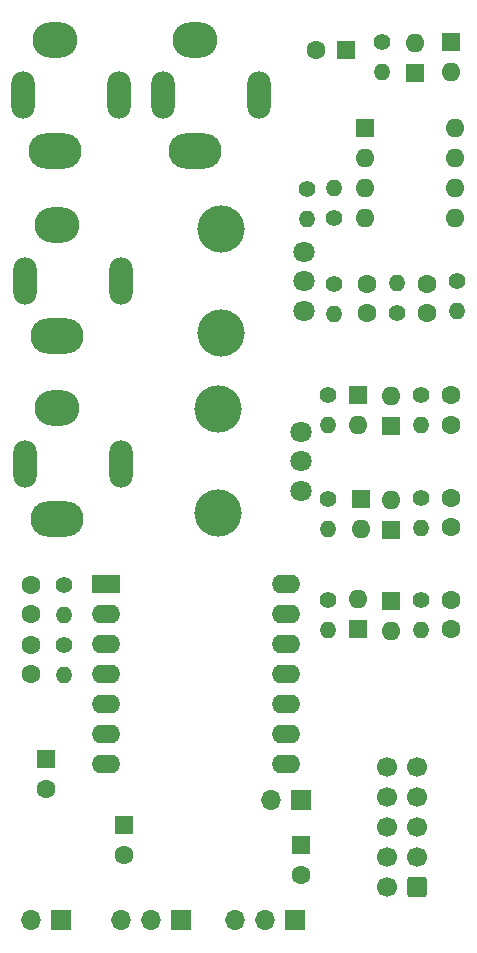
<source format=gbs>
%TF.GenerationSoftware,KiCad,Pcbnew,(6.0.1)*%
%TF.CreationDate,2022-09-27T15:47:34-04:00*%
%TF.ProjectId,SYNTH-VCO-02,53594e54-482d-4564-934f-2d30322e6b69,1*%
%TF.SameCoordinates,Original*%
%TF.FileFunction,Soldermask,Bot*%
%TF.FilePolarity,Negative*%
%FSLAX46Y46*%
G04 Gerber Fmt 4.6, Leading zero omitted, Abs format (unit mm)*
G04 Created by KiCad (PCBNEW (6.0.1)) date 2022-09-27 15:47:34*
%MOMM*%
%LPD*%
G01*
G04 APERTURE LIST*
G04 Aperture macros list*
%AMRoundRect*
0 Rectangle with rounded corners*
0 $1 Rounding radius*
0 $2 $3 $4 $5 $6 $7 $8 $9 X,Y pos of 4 corners*
0 Add a 4 corners polygon primitive as box body*
4,1,4,$2,$3,$4,$5,$6,$7,$8,$9,$2,$3,0*
0 Add four circle primitives for the rounded corners*
1,1,$1+$1,$2,$3*
1,1,$1+$1,$4,$5*
1,1,$1+$1,$6,$7*
1,1,$1+$1,$8,$9*
0 Add four rect primitives between the rounded corners*
20,1,$1+$1,$2,$3,$4,$5,0*
20,1,$1+$1,$4,$5,$6,$7,0*
20,1,$1+$1,$6,$7,$8,$9,0*
20,1,$1+$1,$8,$9,$2,$3,0*%
G04 Aperture macros list end*
%ADD10O,2.000000X4.000000*%
%ADD11O,4.500000X3.000000*%
%ADD12O,3.800000X3.000000*%
%ADD13R,1.600000X1.600000*%
%ADD14C,1.600000*%
%ADD15C,1.400000*%
%ADD16O,1.400000X1.400000*%
%ADD17O,1.600000X1.600000*%
%ADD18R,1.700000X1.700000*%
%ADD19O,1.700000X1.700000*%
%ADD20RoundRect,0.250000X0.600000X0.600000X-0.600000X0.600000X-0.600000X-0.600000X0.600000X-0.600000X0*%
%ADD21C,1.700000*%
%ADD22R,2.400000X1.600000*%
%ADD23O,2.400000X1.600000*%
%ADD24C,4.000000*%
%ADD25C,1.800000*%
G04 APERTURE END LIST*
D10*
%TO.C,J2*%
X207746000Y-30480000D03*
X199646000Y-30480000D03*
D11*
X202346000Y-35180000D03*
D12*
X202346000Y-25780000D03*
%TD*%
D10*
%TO.C,J4*%
X196062000Y-61676001D03*
X187962000Y-61676001D03*
D11*
X190662000Y-66376001D03*
D12*
X190662000Y-56976001D03*
%TD*%
D10*
%TO.C,J3*%
X196062000Y-46182001D03*
X187962000Y-46182001D03*
D11*
X190662000Y-50882001D03*
D12*
X190662000Y-41482001D03*
%TD*%
D10*
%TO.C,J1*%
X195870001Y-30480000D03*
X187770001Y-30480000D03*
D11*
X190470001Y-35180000D03*
D12*
X190470001Y-25780000D03*
%TD*%
D13*
%TO.C,C11*%
X211328000Y-93980000D03*
D14*
X211328000Y-96480000D03*
%TD*%
D15*
%TO.C,R7*%
X213614000Y-55831686D03*
D16*
X213614000Y-58371686D03*
%TD*%
D13*
%TO.C,C9*%
X189738000Y-86678888D03*
D14*
X189738000Y-89178888D03*
%TD*%
D13*
%TO.C,D1*%
X220980000Y-28603686D03*
D17*
X220980000Y-26063686D03*
%TD*%
D13*
%TO.C,D5*%
X216408000Y-64634315D03*
D17*
X216408000Y-67174315D03*
%TD*%
D13*
%TO.C,D8*%
X218948000Y-73270315D03*
D17*
X218948000Y-75810315D03*
%TD*%
D18*
%TO.C,SW2*%
X210804989Y-100273002D03*
D19*
X208264989Y-100273002D03*
X205724989Y-100273002D03*
%TD*%
D13*
%TO.C,D6*%
X218948000Y-67281686D03*
D17*
X218948000Y-64741686D03*
%TD*%
D18*
%TO.C,SW1*%
X191013004Y-100330000D03*
D19*
X188473004Y-100330000D03*
%TD*%
D15*
%TO.C,R13*%
X213614000Y-73202000D03*
D16*
X213614000Y-75742000D03*
%TD*%
D15*
%TO.C,R12*%
X191262000Y-77012000D03*
D16*
X191262000Y-79552000D03*
%TD*%
D15*
%TO.C,R3*%
X214122000Y-40844000D03*
D16*
X214122000Y-38304000D03*
%TD*%
D14*
%TO.C,C4*%
X224028000Y-58400000D03*
X224028000Y-55900000D03*
%TD*%
%TO.C,C5*%
X224028000Y-67056000D03*
X224028000Y-64556000D03*
%TD*%
D18*
%TO.C,SW4*%
X201152989Y-100330000D03*
D19*
X198612989Y-100330000D03*
X196072989Y-100330000D03*
%TD*%
D13*
%TO.C,D4*%
X218948000Y-58477372D03*
D17*
X218948000Y-55937372D03*
%TD*%
D14*
%TO.C,C2*%
X216916000Y-48952000D03*
X216916000Y-46452000D03*
%TD*%
D15*
%TO.C,R5*%
X219456000Y-48922000D03*
D16*
X219456000Y-46382000D03*
%TD*%
D15*
%TO.C,R8*%
X221488000Y-55831686D03*
D16*
X221488000Y-58371686D03*
%TD*%
D15*
%TO.C,R9*%
X213614000Y-64636000D03*
D16*
X213614000Y-67176000D03*
%TD*%
D14*
%TO.C,C7*%
X224028000Y-75692000D03*
X224028000Y-73192000D03*
%TD*%
D13*
%TO.C,D2*%
X224028000Y-26006315D03*
D17*
X224028000Y-28546315D03*
%TD*%
D13*
%TO.C,D7*%
X216154000Y-75692000D03*
D17*
X216154000Y-73152000D03*
%TD*%
D13*
%TO.C,U1*%
X216672000Y-33284000D03*
D17*
X216672000Y-35824000D03*
X216672000Y-38364000D03*
X216672000Y-40904000D03*
X224292000Y-40904000D03*
X224292000Y-38364000D03*
X224292000Y-35824000D03*
X224292000Y-33284000D03*
%TD*%
D15*
%TO.C,R1*%
X218186000Y-25958000D03*
D16*
X218186000Y-28498000D03*
%TD*%
D13*
%TO.C,D3*%
X216154000Y-55880001D03*
D17*
X216154000Y-58420001D03*
%TD*%
D14*
%TO.C,C3*%
X221996000Y-46452000D03*
X221996000Y-48952000D03*
%TD*%
D20*
%TO.C,J5*%
X221097500Y-97536000D03*
D21*
X218557500Y-97536000D03*
X221097500Y-94996000D03*
X218557500Y-94996000D03*
X221097500Y-92456000D03*
X218557500Y-92456000D03*
X221097500Y-89916000D03*
X218557500Y-89916000D03*
X221097500Y-87376000D03*
X218557500Y-87376000D03*
%TD*%
D15*
%TO.C,R11*%
X191262000Y-71932000D03*
D16*
X191262000Y-74472000D03*
%TD*%
D22*
%TO.C,U2*%
X194818000Y-71882000D03*
D23*
X194818000Y-74422000D03*
X194818000Y-76962000D03*
X194818000Y-79502000D03*
X194818000Y-82042000D03*
X194818000Y-84582000D03*
X194818000Y-87122000D03*
X210058000Y-87122000D03*
X210058000Y-84582000D03*
X210058000Y-82042000D03*
X210058000Y-79502000D03*
X210058000Y-76962000D03*
X210058000Y-74422000D03*
X210058000Y-71882000D03*
%TD*%
D18*
%TO.C,H1*%
X211333000Y-90170000D03*
D19*
X208793000Y-90170000D03*
%TD*%
D15*
%TO.C,R14*%
X221488000Y-73222000D03*
D16*
X221488000Y-75762000D03*
%TD*%
D14*
%TO.C,C8*%
X188468000Y-79522000D03*
X188468000Y-77022000D03*
%TD*%
D15*
%TO.C,R2*%
X211836000Y-38404000D03*
D16*
X211836000Y-40944000D03*
%TD*%
D15*
%TO.C,R6*%
X224536000Y-46228000D03*
D16*
X224536000Y-48768000D03*
%TD*%
D15*
%TO.C,R4*%
X214122000Y-46482000D03*
D16*
X214122000Y-49022000D03*
%TD*%
D13*
%TO.C,C1*%
X215073113Y-26670000D03*
D14*
X212573113Y-26670000D03*
%TD*%
D13*
%TO.C,C10*%
X196342000Y-92266888D03*
D14*
X196342000Y-94766888D03*
%TD*%
D15*
%TO.C,R10*%
X221488000Y-64586000D03*
D16*
X221488000Y-67126000D03*
%TD*%
D14*
%TO.C,C6*%
X188468000Y-74442000D03*
X188468000Y-71942000D03*
%TD*%
D24*
%TO.C,RV2*%
X204536000Y-50628000D03*
X204536000Y-41828000D03*
D25*
X211536000Y-48728000D03*
X211536000Y-46228000D03*
X211536000Y-43728000D03*
%TD*%
D24*
%TO.C,RV1*%
X204282000Y-65868000D03*
X204282000Y-57068000D03*
D25*
X211282000Y-63968000D03*
X211282000Y-61468000D03*
X211282000Y-58968000D03*
%TD*%
M02*

</source>
